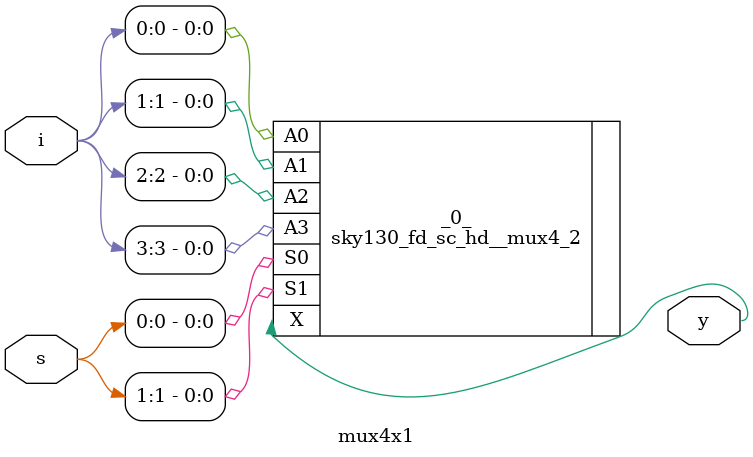
<source format=v>
/* Generated by Yosys 0.34 (git sha1 4a1b5599258, gcc 8.3.1 -fPIC -Os) */

module mux4x1(i, s, y);
  input [3:0] i;
  wire [3:0] i;
  input [1:0] s;
  wire [1:0] s;
  output y;
  wire y;
  sky130_fd_sc_hd__mux4_2 _0_ (
    .A0(i[0]),
    .A1(i[1]),
    .A2(i[2]),
    .A3(i[3]),
    .S0(s[0]),
    .S1(s[1]),
    .X(y)
  );
endmodule

</source>
